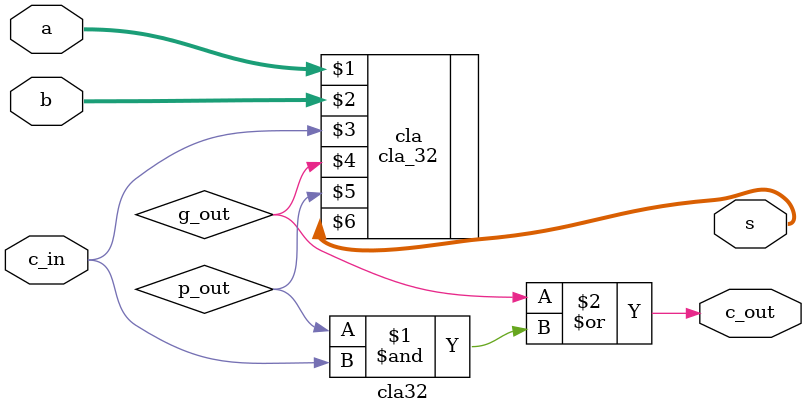
<source format=v>
`timescale 1ns / 1ps

module cla32 (a,b,c_in,s,c_out);
    input [31:0] a,b;
    input c_in;
    output [31:0] s;
    output c_out;
    wire g_out,p_out;
    cla_32 cla (a,b,c_in, g_out,p_out,s);
    assign c_out = g_out | p_out & c_in;
endmodule
</source>
